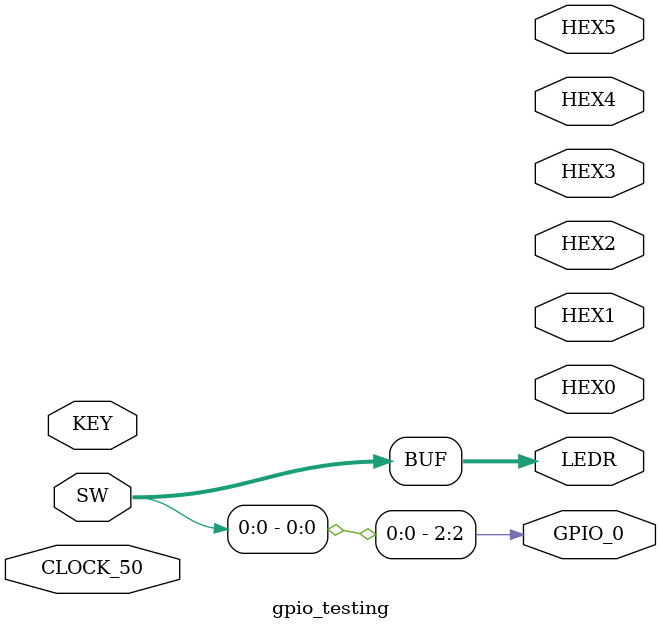
<source format=sv>
module gpio_testing(KEY, SW, LEDR, HEX0, HEX1, HEX2, HEX3, HEX4, HEX5, CLOCK_50, GPIO_0);
	input logic CLOCK_50;
	input logic [3:0] KEY;
	input logic [9:0] SW;
	output logic [36:0] GPIO_0;
	output logic [9:0] LEDR;
	output logic [6:0] HEX0, HEX1, HEX2, HEX3, HEX4, HEX5;

	assign LEDR[9:0] = SW[9:0];
	assign GPIO_0[2] = SW[0];
endmodule

</source>
